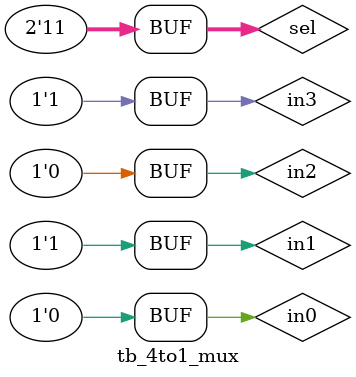
<source format=v>
`timescale 1ns/100ps

module tb_4to1_mux;

  reg  in0, in1, in2, in3;
  reg [1:0] sel;
  
  wire out_df, out_st, out_bh;

  mux_top mux_top0(.out_df(out_df), .out_st(out_st), .out_bh(out_bh), 
              .in0(in0), .in1(in1), .in2(in2), .in3(in3), .sel(sel));

  initial begin 
    in0 = 1'bx; in1 = 1'bx; in2 = 1'bx; in3 = 1'bx; sel = 2'bx;
  
    #10
    in0 = 0; in1 = 1; in2 = 0; in3 = 1; sel = 2'b00;
    
    #10
    sel = 2'b01;
    
    #10
    sel = 2'b10;
    
    #10
    sel = 2'b11;
    
    #10;
  end
              
endmodule
</source>
